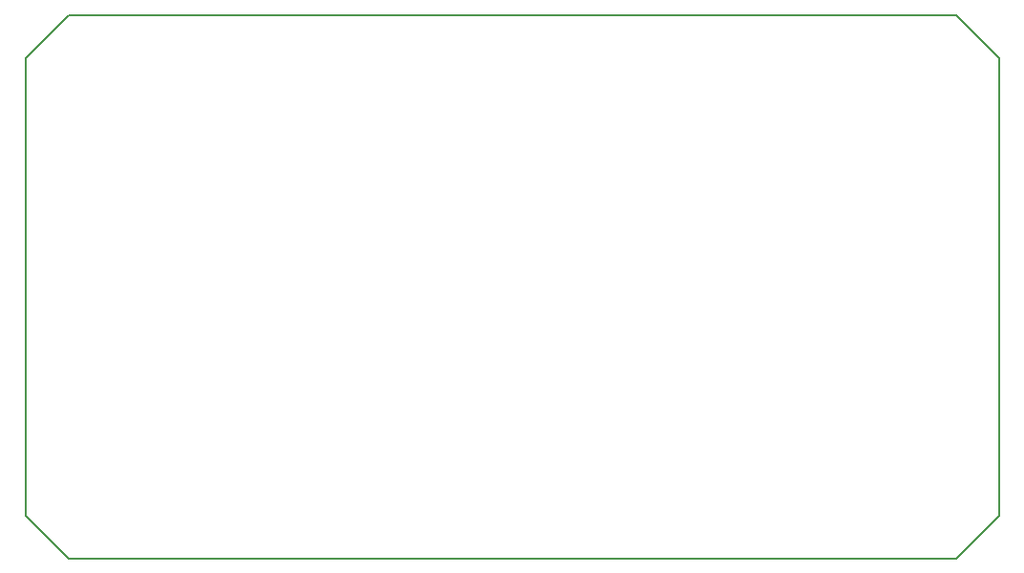
<source format=gbr>
%FSLAX46Y46*%
G04 Gerber Fmt 4.6, Leading zero omitted, Abs format (unit mm)*
G04 Created by KiCad (PCBNEW (2014-08-02 BZR 5044)-product) date 13.08.2014 17:47:44*
%MOMM*%
G01*
G04 APERTURE LIST*
%ADD10C,0.150000*%
%ADD11C,0.200000*%
G04 APERTURE END LIST*
D10*
D11*
X24130000Y-57150000D02*
X27940000Y-60960000D01*
X24130000Y-16510000D02*
X24130000Y-57150000D01*
X27940000Y-12700000D02*
X24130000Y-16510000D01*
X106680000Y-12700000D02*
X27940000Y-12700000D01*
X110490000Y-16510000D02*
X106680000Y-12700000D01*
X110490000Y-57150000D02*
X110490000Y-16510000D01*
X106680000Y-60960000D02*
X110490000Y-57150000D01*
X27940000Y-60960000D02*
X106680000Y-60960000D01*
X24130000Y-57150000D02*
X27940000Y-60960000D01*
D10*
X106680000Y-60960000D02*
X27940000Y-60960000D01*
M02*

</source>
